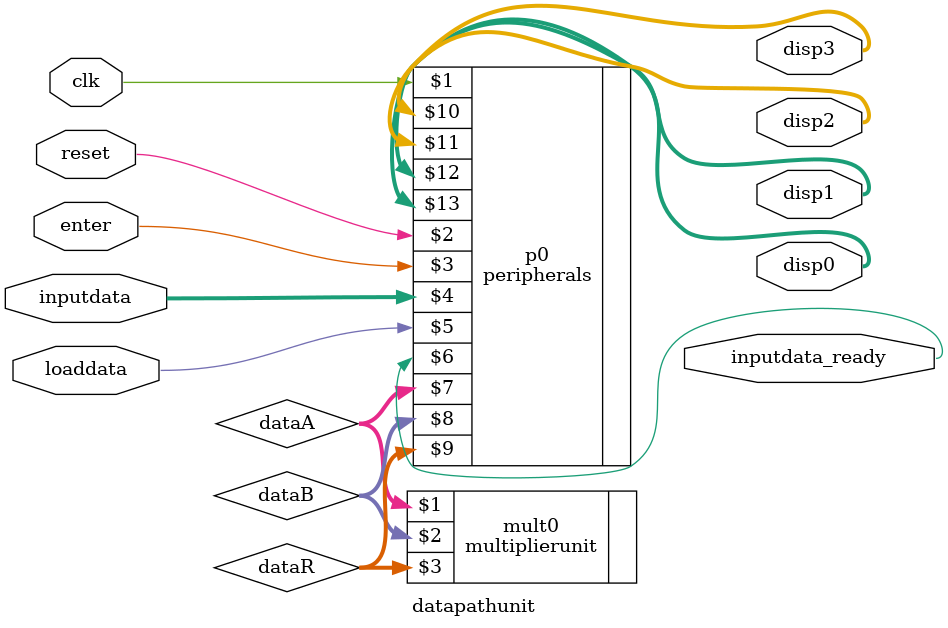
<source format=sv>
module datapathunit (clk, reset, enter, inputdata,
						   loaddata, inputdata_ready,
						   disp3, disp2, disp1, disp0);
	input logic  clk, reset, enter;
	input logic  [7:0] inputdata;
	input logic  loaddata;
	output logic inputdata_ready;
	output logic [6:0] disp3, disp2, disp1, disp0;

	// Internal signals and module instantiation for multiplier unit
	logic [31:0] dataA, dataB, dataR;
	multiplierunit mult0 (dataA, dataB, dataR);
	
	// Internal signals and module instantiation for peripherals unit
	peripherals p0 (clk, reset, enter, inputdata, loaddata, inputdata_ready, dataA, dataB, dataR, disp3, disp2, disp1, disp0);
endmodule


</source>
